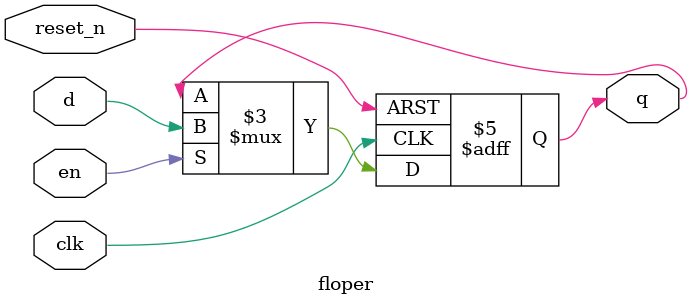
<source format=sv>
module floper #(
    parameter int Width = 1,
    parameter logic[Width-1:0] ResetValue = '0
)(
    input logic clk, reset_n, en,
    input logic[Width-1:0] d,
    output logic[Width-1:0] q
);
    always_ff @(posedge clk or negedge reset_n) begin
        if (~reset_n) q <= ResetValue;
        else if (en) q <= d;
    end
endmodule

</source>
